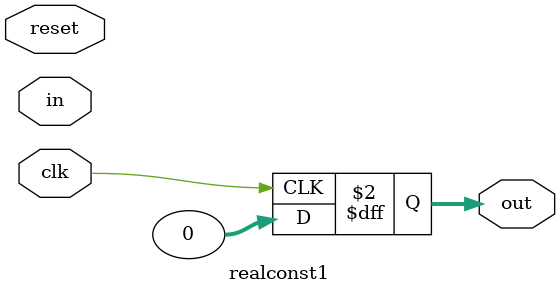
<source format=v>
module realconst1
  (input wire        reset,
   input wire        clk,
   input wire [31:0] in,
   output reg [31:0] out);

   always @(posedge clk) out <= 1.0e-5;

endmodule

</source>
